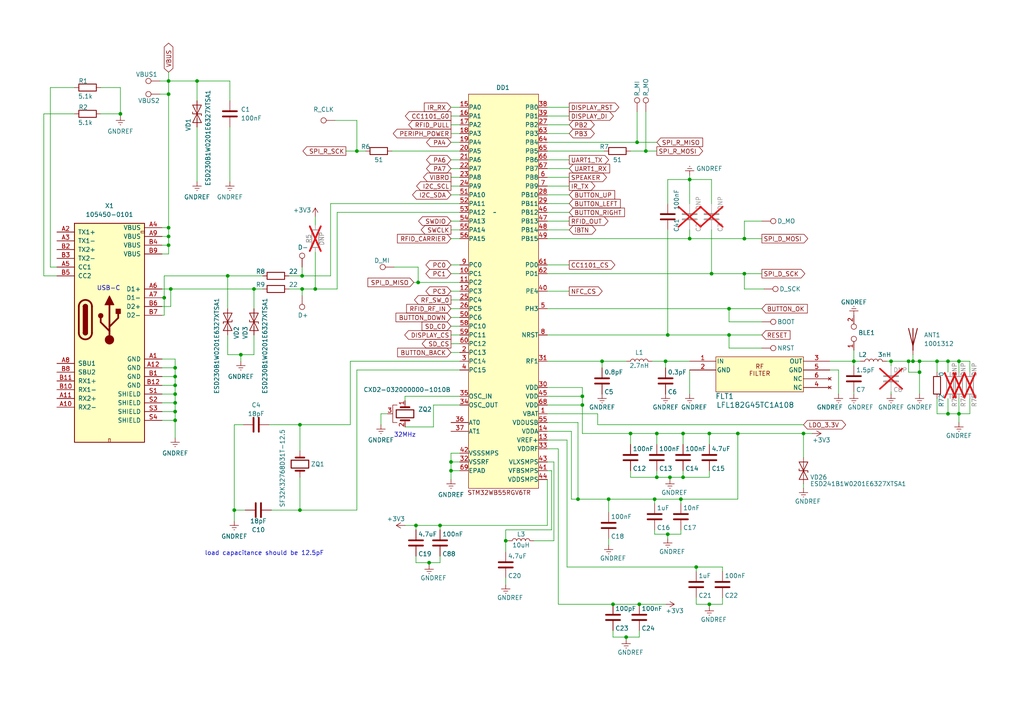
<source format=kicad_sch>
(kicad_sch (version 20250114) (generator "eeschema") (generator_version "9.0")
  (paper "A4")
  (title_block (title "Flipper Device DIY") (rev "13.F7B9C6") (company "Originally from : Flipper Devices Inc.") (comment 1 "DIY Version 1.0"))
  (lib_symbols
    (symbol "Connector:TestPoint" (pin_numbers (hide yes)) (pin_names (offset 0.762) (hide yes))
      (property "Reference" "TP" (at 0 6.858 0))
      (property "Value" "TestPoint" (at 0 5.08 0))
      (symbol "TestPoint_1_1"
        (pin passive line (at 0 0 90) (length 2.54) (name "1") (number "1"))
      )
    )
    (symbol "Connector:TestPoint_2Pole" (pin_names (offset 0.762) (hide yes))
      (property "Reference" "TP" (at 0 1.524 0))
      (property "Value" "TestPoint_2Pole" (at 0 -1.778 0))
      (symbol "TestPoint_2Pole_0_1"
        (pin passive line (at -5.08 0 0) (length 2.54) (name "1") (number "1"))
        (pin passive line (at 5.08 0 180) (length 2.54) (name "2") (number "2"))
      )
    )
    (symbol "Connector:USB_C_Plug" (pin_names (offset 1.016))
      (property "Reference" "P1" (at 0 33.02 0))
      (property "Value" "USB_C_Plug" (at 0 30.48 0))
      (symbol "USB_C_Plug_1_1"
        (pin bidirectional line (at -15.24 25.4 0) (length 5.08) (name "TX1+") (number "A2"))
        (pin bidirectional line (at -15.24 22.86 0) (length 5.08) (name "TX1-") (number "A3"))
        (pin bidirectional line (at -15.24 20.32 0) (length 5.08) (name "TX2+") (number "B2"))
        (pin bidirectional line (at -15.24 17.78 0) (length 5.08) (name "TX2-") (number "B3"))
        (pin bidirectional line (at -15.24 15.24 0) (length 5.08) (name "CC1") (number "A5"))
        (pin bidirectional line (at -15.24 12.7 0) (length 5.08) (name "CC2") (number "B5"))
        (pin bidirectional line (at -15.24 -12.7 0) (length 5.08) (name "SBU1") (number "A8"))
        (pin bidirectional line (at -15.24 -15.24 0) (length 5.08) (name "SBU2") (number "B8"))
        (pin bidirectional line (at -15.24 -17.78 0) (length 5.08) (name "RX1+") (number "B11"))
        (pin bidirectional line (at -15.24 -20.32 0) (length 5.08) (name "RX1-") (number "B10"))
        (pin bidirectional line (at -15.24 -22.86 0) (length 5.08) (name "RX2+") (number "A11"))
        (pin bidirectional line (at -15.24 -25.4 0) (length 5.08) (name "RX2-") (number "A10"))
        (pin passive line (at 15.24 26.67 180) (length 5.08) (name "VBUS") (number "A4"))
        (pin passive line (at 15.24 24.13 180) (length 5.08) (name "VBUS") (number "A9"))
        (pin passive line (at 15.24 21.59 180) (length 5.08) (name "VBUS") (number "B4"))
        (pin passive line (at 15.24 19.05 180) (length 5.08) (name "VBUS") (number "B9"))
        (pin bidirectional line (at 15.24 8.89 180) (length 5.08) (name "D1+") (number "A6"))
        (pin bidirectional line (at 15.24 6.35 180) (length 5.08) (name "D1-") (number "A7"))
        (pin passive line (at 15.24 3.81 180) (length 5.08) (name "D2+") (number "B6"))
        (pin passive line (at 15.24 1.27 180) (length 5.08) (name "D2-") (number "B7"))
        (pin passive line (at 15.24 -11.43 180) (length 5.08) (name "GND") (number "A1"))
        (pin passive line (at 15.24 -13.97 180) (length 5.08) (name "GND") (number "A12"))
        (pin passive line (at 15.24 -16.51 180) (length 5.08) (name "GND") (number "B1"))
        (pin passive line (at 15.24 -19.05 180) (length 5.08) (name "GND") (number "B12"))
        (pin passive line (at 15.24 -21.59 180) (length 5.08) (name "SHIELD") (number "S1"))
        (pin passive line (at 15.24 -24.13 180) (length 5.08) (name "SHIELD") (number "S2"))
        (pin passive line (at 15.24 -26.67 180) (length 5.08) (name "SHIELD") (number "S3"))
        (pin passive line (at 15.24 -29.21 180) (length 5.08) (name "SHIELD") (number "S4"))
      )
    )
    (symbol "Device:Antenna" (pin_numbers (hide yes)) (pin_names (offset 1.016) (hide yes))
      (property "Reference" "AE" (at -1.905 1.905 0))
      (property "Value" "Antenna" (at -1.905 0 0))
      (symbol "Antenna_1_1"
        (pin input line (at 0 -5.08 90) (length 2.54) (name "A") (number "1"))
      )
    )
    (symbol "Device:C" (pin_numbers (hide yes)) (pin_names (offset 0.254))
      (property "Reference" "C" (at 0.635 2.54 0))
      (property "Value" "C" (at 0.635 -2.54 0))
      (symbol "C_1_1"
        (pin passive line (at 0 3.81 270) (length 2.794) (name "~") (number "1"))
        (pin passive line (at 0 -3.81 90) (length 2.794) (name "~") (number "2"))
      )
    )
    (symbol "Device:Crystal" (pin_numbers (hide yes)) (pin_names (offset 1.016) (hide yes))
      (property "Reference" "Y" (at 0 3.81 0))
      (property "Value" "Crystal" (at 0 -3.81 0))
      (symbol "Crystal_1_1"
        (pin passive line (at -3.81 0 0) (length 1.27) (name "1") (number "1"))
        (pin passive line (at 3.81 0 180) (length 1.27) (name "2") (number "2"))
      )
    )
    (symbol "Device:Crystal_GND3" (pin_names (offset 1.016) (hide yes))
      (property "Reference" "Y" (at 0 5.715 0))
      (property "Value" "Crystal_GND3" (at 0 3.81 0))
      (symbol "Crystal_GND3_1_1"
        (pin passive line (at -3.81 0 0) (length 1.27) (name "1") (number "1"))
        (pin passive line (at 0 -5.08 90) (length 1.27) (name "3") (number "3"))
        (pin passive line (at 3.81 0 180) (length 1.27) (name "2") (number "2"))
      )
    )
    (symbol "Device:L" (pin_numbers (hide yes)) (pin_names (offset 1.016) (hide yes))
      (property "Reference" "L" (at -1.27 0 90))
      (property "Value" "L" (at 1.905 0 90))
      (symbol "L_1_1"
        (pin passive line (at 0 3.81 270) (length 1.27) (name "1") (number "1"))
        (pin passive line (at 0 -3.81 90) (length 1.27) (name "2") (number "2"))
      )
    )
    (symbol "Device:R" (pin_numbers (hide yes)) (pin_names (offset 0))
      (property "Reference" "R" (at 2.032 0 90))
      (property "Value" "R" (at 0 0 90))
      (symbol "R_1_1"
        (pin passive line (at 0 3.81 270) (length 1.27) (name "~") (number "1"))
        (pin passive line (at 0 -3.81 90) (length 1.27) (name "~") (number "2"))
      )
    )
    (symbol "Diode:ESD9B5.0ST5G" (pin_numbers (hide yes)) (pin_names (offset 1.016) (hide yes))
      (property "Reference" "D" (at 0 2.54 0))
      (property "Value" "ESD9B5.0ST5G" (at 0 -2.54 0))
      (symbol "ESD9B5.0ST5G_1_1"
        (pin passive line (at -3.81 0 0) (length 2.54) (name "A1") (number "1"))
        (pin passive line (at 3.81 0 180) (length 2.54) (name "A2") (number "2"))
      )
    )
    (symbol "Flipper_Zero_Lib:STM32WB55RGV6TR" (pin_names (offset 0.0001))
      (property "Reference" "DD" (at -8.89 35.56 0))
      (symbol "STM32WB55RGV6TR_1_1"
        (text "STM32WB55RGV6TR" (at -1.27 -81.28 0) (effects (font (size 1.27 1.27))))
        (pin passive line (at -15.24 -60.96 0) (length 5.08) (name "AT0") (number "36"))
        (pin passive line (at -15.24 -63.5 0) (length 5.08) (name "AT1") (number "37"))
        (pin bidirectional line (at -12.7 30.48 0) (length 2.54) (name "PA0") (number "15"))
        (pin bidirectional line (at -12.7 27.94 0) (length 2.54) (name "PA1") (number "16"))
        (pin bidirectional line (at -12.7 25.4 0) (length 2.54) (name "PA2") (number "17"))
        (pin bidirectional line (at -12.7 22.86 0) (length 2.54) (name "PA3") (number "18"))
        (pin bidirectional line (at -12.7 20.32 0) (length 2.54) (name "PA4") (number "19"))
        (pin bidirectional line (at -12.7 17.78 0) (length 2.54) (name "PA5") (number "20"))
        (pin bidirectional line (at -12.7 15.24 0) (length 2.54) (name "PA6") (number "21"))
        (pin bidirectional line (at -12.7 12.7 0) (length 2.54) (name "PA7") (number "22"))
        (pin bidirectional line (at -12.7 10.16 0) (length 2.54) (name "PA8") (number "23"))
        (pin bidirectional line (at -12.7 7.62 0) (length 2.54) (name "PA9") (number "24"))
        (pin bidirectional line (at -12.7 5.08 0) (length 2.54) (name "PA10") (number "51"))
        (pin bidirectional line (at -12.7 2.54 0) (length 2.54) (name "PA11") (number "52"))
        (pin bidirectional line (at -12.7 0 0) (length 2.54) (name "PA12") (number "53"))
        (pin bidirectional line (at -12.7 -2.54 0) (length 2.54) (name "PA13") (number "54"))
        (pin bidirectional line (at -12.7 -5.08 0) (length 2.54) (name "PA14") (number "55"))
        (pin bidirectional line (at -12.7 -7.62 0) (length 2.54) (name "PA15") (number "56"))
        (pin bidirectional line (at -12.7 -15.24 0) (length 2.54) (name "PC0") (number "9"))
        (pin bidirectional line (at -12.7 -17.78 0) (length 2.54) (name "PC1") (number "10"))
        (pin bidirectional line (at -12.7 -20.32 0) (length 2.54) (name "PC2") (number "11"))
        (pin bidirectional line (at -12.7 -22.86 0) (length 2.54) (name "PC3") (number "12"))
        (pin bidirectional line (at -12.7 -25.4 0) (length 2.54) (name "PC4") (number "25"))
        (pin bidirectional line (at -12.7 -27.94 0) (length 2.54) (name "PC5") (number "26"))
        (pin bidirectional line (at -12.7 -30.48 0) (length 2.54) (name "PC6") (number "50"))
        (pin bidirectional line (at -12.7 -33.02 0) (length 2.54) (name "PC10") (number "58"))
        (pin bidirectional line (at -12.7 -35.56 0) (length 2.54) (name "PC11") (number "59"))
        (pin bidirectional line (at -12.7 -38.1 0) (length 2.54) (name "PC12") (number "60"))
        (pin bidirectional line (at -12.7 -40.64 0) (length 2.54) (name "PC13") (number "2"))
        (pin bidirectional line (at -12.7 -43.18 0) (length 2.54) (name "PC14") (number "3"))
        (pin bidirectional line (at -12.7 -45.72 0) (length 2.54) (name "PC15") (number "4"))
        (pin bidirectional line (at -12.7 -53.34 0) (length 2.54) (name "OSC_IN") (number "35"))
        (pin bidirectional line (at -12.7 -55.88 0) (length 2.54) (name "OSC_OUT") (number "34"))
        (pin bidirectional line (at -12.7 -69.85 0) (length 2.54) (name "VSSSMPS") (number "42"))
        (pin bidirectional line (at -12.7 -72.39 0) (length 2.54) (name "VSSRF") (number "32"))
        (pin bidirectional line (at -12.7 -74.93 0) (length 2.54) (name "EPAD") (number "69"))
        (pin bidirectional line (at 12.7 30.48 180) (length 2.54) (name "PB0") (number "38"))
        (pin bidirectional line (at 12.7 27.94 180) (length 2.54) (name "PB1") (number "39"))
        (pin bidirectional line (at 12.7 25.4 180) (length 2.54) (name "PB2") (number "27"))
        (pin bidirectional line (at 12.7 22.86 180) (length 2.54) (name "PB3") (number "63"))
        (pin bidirectional line (at 12.7 20.32 180) (length 2.54) (name "PB4") (number "64"))
        (pin bidirectional line (at 12.7 17.78 180) (length 2.54) (name "PB5") (number "65"))
        (pin bidirectional line (at 12.7 15.24 180) (length 2.54) (name "PB6") (number "66"))
        (pin bidirectional line (at 12.7 12.7 180) (length 2.54) (name "PB7") (number "67"))
        (pin bidirectional line (at 12.7 10.16 180) (length 2.54) (name "PB8") (number "6"))
        (pin bidirectional line (at 12.7 7.62 180) (length 2.54) (name "PB9") (number "7"))
        (pin bidirectional line (at 12.7 5.08 180) (length 2.54) (name "PB10") (number "28"))
        (pin bidirectional line (at 12.7 2.54 180) (length 2.54) (name "PB11") (number "29"))
        (pin bidirectional line (at 12.7 0 180) (length 2.54) (name "PB12") (number "46"))
        (pin bidirectional line (at 12.7 -2.54 180) (length 2.54) (name "PB13") (number "47"))
        (pin bidirectional line (at 12.7 -5.08 180) (length 2.54) (name "PB14") (number "48"))
        (pin bidirectional line (at 12.7 -7.62 180) (length 2.54) (name "PB15") (number "49"))
        (pin bidirectional line (at 12.7 -15.24 180) (length 2.54) (name "PD0") (number "61"))
        (pin bidirectional line (at 12.7 -17.78 180) (length 2.54) (name "PD1") (number "62"))
        (pin bidirectional line (at 12.7 -22.86 180) (length 2.54) (name "PE4") (number "40"))
        (pin bidirectional line (at 12.7 -27.94 180) (length 2.54) (name "PH3") (number "5"))
        (pin bidirectional line (at 12.7 -35.56 180) (length 2.54) (name "NRST") (number "8"))
        (pin bidirectional line (at 12.7 -43.18 180) (length 2.54) (name "RF1") (number "31"))
        (pin bidirectional line (at 12.7 -50.8 180) (length 2.54) (name "VDD") (number "30"))
        (pin bidirectional line (at 12.7 -53.34 180) (length 2.54) (name "VDD") (number "45"))
        (pin bidirectional line (at 12.7 -55.88 180) (length 2.54) (name "VDD") (number "68"))
        (pin bidirectional line (at 12.7 -58.42 180) (length 2.54) (name "VBAT") (number "1"))
        (pin bidirectional line (at 12.7 -60.96 180) (length 2.54) (name "VDDUSB") (number "55"))
        (pin bidirectional line (at 12.7 -63.5 180) (length 2.54) (name "VDDA") (number "14"))
        (pin bidirectional line (at 12.7 -66.04 180) (length 2.54) (name "VREF+") (number "13"))
        (pin bidirectional line (at 12.7 -68.58 180) (length 2.54) (name "VDDRF") (number "33"))
        (pin bidirectional line (at 12.7 -72.39 180) (length 2.54) (name "VLXSMPS") (number "43"))
        (pin bidirectional line (at 12.7 -74.93 180) (length 2.54) (name "VFBSMPS") (number "41"))
        (pin bidirectional line (at 12.7 -77.47 180) (length 2.54) (name "VDDSMPS") (number "44"))
      )
    )
    (symbol "LFL182G45TC1A108:LFL182G45TC1A108" (pin_names (offset 0.254))
      (property "Reference" "FLT1" (at 10.16 -10.16 0))
      (property "Value" "LFL182G45TC1A108" (at 19.05 -12.7 0))
      (symbol "LFL182G45TC1A108_0_1"
        (pin input line (at 0 0 0) (length 7.62) (name "IN") (number "1"))
        (pin power_out line (at 0 -2.54 0) (length 7.62) (name "GND") (number "2"))
        (pin output line (at 40.64 0 180) (length 7.62) (name "OUT") (number "3"))
        (pin power_out line (at 40.64 -2.54 180) (length 7.62) (name "GND") (number "5"))
        (pin no_connect line (at 40.64 -5.08 180) (length 7.62) (name "NC") (number "6"))
        (pin no_connect line (at 40.64 -7.62 180) (length 7.62) (name "NC") (number "4"))
      )
      (symbol "LFL182G45TC1A108_1_1"
        (text "RF\nFILTER" (at 20.32 -2.54 0) (effects (font (size 1.27 1.27))))
      )
    )
    (symbol "power:+3V3" (power) (pin_names (offset 0))
      (property "Value" "+3V3" (at 0 3.556 0))
      (symbol "+3V3_1_1"
        (pin power_in line (at 0 0 90) (length 0) (hide yes) (name "+3V3") (number "1"))
      )
    )
    (symbol "power:GNDREF" (power) (pin_names (offset 0))
      (property "Value" "GNDREF" (at 0 -3.81 0))
      (symbol "GNDREF_1_1"
        (pin power_in line (at 0 0 270) (length 0) (hide yes) (name "GNDREF") (number "1"))
      )
    )
  )
  (text "load capacitance should be 12.5pF" (at 93.98 161.29 0) (effects (font (size 1.27 1.27)) (justify right bottom)))
  (text "32MHz" (at 120.65 127 0) (effects (font (size 1.27 1.27)) (justify right bottom)))
  (text "USB-C" (at 34.925 84.455 0) (effects (font (size 1.27 1.27)) (justify right bottom)))
  (junction (at 200.025 69.215))
  (junction (at 211.455 89.535))
  (junction (at 174.625 104.775))
  (junction (at 213.995 125.73))
  (junction (at 205.74 175.26))
  (junction (at 87.63 83.82))
  (junction (at 185.42 175.26))
  (junction (at 278.13 104.775))
  (junction (at 50.8 116.84))
  (junction (at 67.945 147.955))
  (junction (at 48.895 23.495))
  (junction (at 73.66 83.82))
  (junction (at 48.895 27.305))
  (junction (at 274.955 104.775))
  (junction (at 50.8 109.22))
  (junction (at 50.8 119.38))
  (junction (at 190.5 138.43))
  (junction (at 47.625 86.36))
  (junction (at 190.5 125.73))
  (junction (at 168.91 117.475))
  (junction (at 264.795 104.775))
  (junction (at 193.675 97.155))
  (junction (at 198.12 125.73))
  (junction (at 193.04 104.775))
  (junction (at 189.865 144.78))
  (junction (at 247.65 104.775))
  (junction (at 103.505 43.815))
  (junction (at 176.53 144.78))
  (junction (at 197.485 144.78))
  (junction (at 266.7 107.95))
  (junction (at 215.9 69.215))
  (junction (at 48.895 71.12))
  (junction (at 187.325 43.815))
  (junction (at 168.91 114.935))
  (junction (at 86.995 147.955))
  (junction (at 215.9 79.375))
  (junction (at 258.445 104.775))
  (junction (at 57.15 23.495))
  (junction (at 198.12 138.43))
  (junction (at 130.81 136.525))
  (junction (at 274.955 120.015))
  (junction (at 91.44 83.82))
  (junction (at 66.04 80.01))
  (junction (at 205.74 125.73))
  (junction (at 48.895 66.04))
  (junction (at 181.61 184.785))
  (junction (at 201.93 164.465))
  (junction (at 50.8 121.92))
  (junction (at 194.31 138.43))
  (junction (at 177.8 175.26))
  (junction (at 146.685 156.845))
  (junction (at 167.64 144.78))
  (junction (at 86.995 123.19))
  (junction (at 200.025 52.07))
  (junction (at 130.81 133.985))
  (junction (at 127.635 152.4))
  (junction (at 50.8 111.76))
  (junction (at 278.13 120.015))
  (junction (at 266.7 104.775))
  (junction (at 184.785 41.275))
  (junction (at 69.85 102.87))
  (junction (at 34.925 33.02))
  (junction (at 50.8 114.3))
  (junction (at 121.285 81.915))
  (junction (at 182.88 125.73))
  (junction (at 50.8 106.68))
  (junction (at 206.375 79.375))
  (junction (at 193.675 154.94))
  (junction (at 233.045 125.73))
  (junction (at 124.46 163.195))
  (junction (at 271.78 104.775))
  (junction (at 48.895 68.58))
  (junction (at 263.525 104.775))
  (junction (at 87.63 80.01))
  (junction (at 49.53 83.82))
  (junction (at 211.455 97.155))
  (junction (at 120.65 152.4))
  (wire (pts (xy 95.885 80.01) (xy 95.885 59.055)))
  (wire (pts (xy 184.785 41.275) (xy 190.5 41.275)))
  (wire (pts (xy 211.455 97.155) (xy 193.675 97.155)))
  (wire (pts (xy 206.375 79.375) (xy 215.9 79.375)))
  (wire (pts (xy 278.13 115.57) (xy 278.13 120.015)))
  (wire (pts (xy 201.93 175.26) (xy 205.74 175.26)))
  (wire (pts (xy 266.7 107.95) (xy 266.7 114.3)))
  (wire (pts (xy 243.205 107.315) (xy 243.205 114.3)))
  (wire (pts (xy 73.66 83.82) (xy 76.2 83.82)))
  (wire (pts (xy 66.675 36.83) (xy 66.675 52.705)))
  (wire (pts (xy 50.8 109.22) (xy 50.8 111.76)))
  (wire (pts (xy 57.15 36.83) (xy 57.15 52.705)))
  (wire (pts (xy 97.155 34.925) (xy 103.505 34.925)))
  (wire (pts (xy 200.025 69.215) (xy 215.9 69.215)))
  (wire (pts (xy 69.85 104.775) (xy 69.85 102.87)))
  (wire (pts (xy 177.8 175.26) (xy 185.42 175.26)))
  (wire (pts (xy 158.75 36.195) (xy 165.1 36.195)))
  (wire (pts (xy 184.785 32.385) (xy 184.785 41.275)))
  (wire (pts (xy 187.325 32.385) (xy 187.325 43.815)))
  (wire (pts (xy 95.885 59.055) (xy 133.35 59.055)))
  (wire (pts (xy 50.8 116.84) (xy 50.8 119.38)))
  (wire (pts (xy 120.65 152.4) (xy 127.635 152.4)))
  (wire (pts (xy 205.74 175.26) (xy 209.55 175.26)))
  (wire (pts (xy 97.79 83.82) (xy 91.44 83.82)))
  (wire (pts (xy 130.81 136.525) (xy 133.35 136.525)))
  (wire (pts (xy 158.75 53.975) (xy 165.1 53.975)))
  (wire (pts (xy 258.445 113.665) (xy 258.445 114.3)))
  (wire (pts (xy 146.685 156.845) (xy 146.685 160.02)))
  (wire (pts (xy 193.675 59.055) (xy 193.675 52.07)))
  (wire (pts (xy 194.31 138.43) (xy 198.12 138.43)))
  (wire (pts (xy 158.75 33.655) (xy 165.1 33.655)))
  (wire (pts (xy 182.88 125.73) (xy 190.5 125.73)))
  (wire (pts (xy 14.605 77.47) (xy 16.51 77.47)))
  (wire (pts (xy 206.375 66.675) (xy 206.375 79.375)))
  (wire (pts (xy 158.75 56.515) (xy 165.1 56.515)))
  (wire (pts (xy 247.65 106.045) (xy 247.65 104.775)))
  (wire (pts (xy 274.955 115.57) (xy 274.955 120.015)))
  (wire (pts (xy 158.75 38.735) (xy 165.1 38.735)))
  (wire (pts (xy 103.505 43.815) (xy 106.045 43.815)))
  (wire (pts (xy 46.99 66.04) (xy 48.895 66.04)))
  (wire (pts (xy 167.64 122.555) (xy 167.64 144.78)))
  (wire (pts (xy 198.12 136.525) (xy 198.12 138.43)))
  (wire (pts (xy 130.81 86.995) (xy 133.35 86.995)))
  (wire (pts (xy 220.98 64.135) (xy 215.9 64.135)))
  (wire (pts (xy 182.88 138.43) (xy 190.5 138.43)))
  (wire (pts (xy 158.75 61.595) (xy 165.1 61.595)))
  (wire (pts (xy 67.945 123.19) (xy 67.945 147.955)))
  (wire (pts (xy 29.21 33.02) (xy 34.925 33.02)))
  (wire (pts (xy 127.635 163.195) (xy 127.635 161.29)))
  (wire (pts (xy 211.455 89.535) (xy 220.98 89.535)))
  (wire (pts (xy 48.895 68.58) (xy 48.895 71.12)))
  (wire (pts (xy 21.59 25.4) (xy 14.605 25.4)))
  (wire (pts (xy 247.65 104.775) (xy 240.665 104.775)))
  (wire (pts (xy 103.505 34.925) (xy 103.505 43.815)))
  (wire (pts (xy 34.925 25.4) (xy 34.925 33.02)))
  (wire (pts (xy 158.75 152.4) (xy 127.635 152.4)))
  (wire (pts (xy 168.91 117.475) (xy 158.75 117.475)))
  (wire (pts (xy 205.74 125.73) (xy 213.995 125.73)))
  (wire (pts (xy 146.685 167.64) (xy 146.685 169.545)))
  (wire (pts (xy 66.04 89.535) (xy 66.04 80.01)))
  (wire (pts (xy 73.66 83.82) (xy 49.53 83.82)))
  (wire (pts (xy 264.795 104.775) (xy 266.7 104.775)))
  (wire (pts (xy 247.65 114.3) (xy 247.65 113.665)))
  (wire (pts (xy 193.04 104.775) (xy 193.04 106.68)))
  (wire (pts (xy 271.78 120.015) (xy 274.955 120.015)))
  (wire (pts (xy 274.955 120.015) (xy 278.13 120.015)))
  (wire (pts (xy 158.75 31.115) (xy 165.1 31.115)))
  (wire (pts (xy 113.665 43.815) (xy 133.35 43.815)))
  (wire (pts (xy 110.49 120.015) (xy 110.49 123.19)))
  (wire (pts (xy 130.81 89.535) (xy 133.35 89.535)))
  (wire (pts (xy 182.88 43.815) (xy 187.325 43.815)))
  (wire (pts (xy 46.99 104.14) (xy 50.8 104.14)))
  (wire (pts (xy 177.8 182.88) (xy 177.8 184.785)))
  (wire (pts (xy 49.53 83.82) (xy 46.99 83.82)))
  (wire (pts (xy 21.59 33.02) (xy 12.7 33.02)))
  (wire (pts (xy 130.81 38.735) (xy 133.35 38.735)))
  (wire (pts (xy 164.465 164.465) (xy 201.93 164.465)))
  (wire (pts (xy 205.74 175.26) (xy 205.74 175.895)))
  (wire (pts (xy 73.66 102.87) (xy 69.85 102.87)))
  (wire (pts (xy 101.6 123.19) (xy 86.995 123.19)))
  (wire (pts (xy 130.81 33.655) (xy 133.35 33.655)))
  (wire (pts (xy 46.99 73.66) (xy 48.895 73.66)))
  (wire (pts (xy 193.675 154.94) (xy 189.865 154.94)))
  (wire (pts (xy 200.025 52.07) (xy 206.375 52.07)))
  (wire (pts (xy 200.025 69.215) (xy 158.75 69.215)))
  (wire (pts (xy 46.99 119.38) (xy 50.8 119.38)))
  (wire (pts (xy 264.795 102.87) (xy 264.795 104.775)))
  (wire (pts (xy 50.8 114.3) (xy 50.8 116.84)))
  (wire (pts (xy 200.025 66.675) (xy 200.025 69.215)))
  (wire (pts (xy 158.75 104.775) (xy 174.625 104.775)))
  (wire (pts (xy 213.995 125.73) (xy 233.045 125.73)))
  (wire (pts (xy 193.04 104.775) (xy 200.025 104.775)))
  (wire (pts (xy 50.8 104.14) (xy 50.8 106.68)))
  (wire (pts (xy 130.81 56.515) (xy 133.35 56.515)))
  (wire (pts (xy 47.625 91.44) (xy 46.99 91.44)))
  (wire (pts (xy 46.99 71.12) (xy 48.895 71.12)))
  (wire (pts (xy 133.35 104.775) (xy 101.6 104.775)))
  (wire (pts (xy 161.925 130.175) (xy 161.925 175.26)))
  (wire (pts (xy 271.78 104.775) (xy 274.955 104.775)))
  (wire (pts (xy 158.75 48.895) (xy 165.1 48.895)))
  (wire (pts (xy 133.35 61.595) (xy 97.79 61.595)))
  (wire (pts (xy 101.6 104.775) (xy 101.6 123.19)))
  (wire (pts (xy 176.53 144.78) (xy 189.865 144.78)))
  (wire (pts (xy 73.66 97.155) (xy 73.66 102.87)))
  (wire (pts (xy 201.93 173.355) (xy 201.93 175.26)))
  (wire (pts (xy 158.75 76.835) (xy 165.1 76.835)))
  (wire (pts (xy 47.625 86.36) (xy 47.625 91.44)))
  (wire (pts (xy 67.945 147.955) (xy 71.12 147.955)))
  (wire (pts (xy 271.78 107.95) (xy 271.78 104.775)))
  (wire (pts (xy 66.04 102.87) (xy 69.85 102.87)))
  (wire (pts (xy 121.285 77.47) (xy 121.285 81.915)))
  (wire (pts (xy 205.74 138.43) (xy 205.74 136.525)))
  (wire (pts (xy 185.42 175.26) (xy 193.04 175.26)))
  (wire (pts (xy 194.31 138.43) (xy 194.31 139.065)))
  (wire (pts (xy 198.12 138.43) (xy 205.74 138.43)))
  (wire (pts (xy 91.44 62.865) (xy 91.44 65.405)))
  (wire (pts (xy 66.04 80.01) (xy 76.2 80.01)))
  (wire (pts (xy 103.505 107.315) (xy 103.505 147.955)))
  (wire (pts (xy 91.44 73.025) (xy 91.44 83.82)))
  (wire (pts (xy 66.04 80.01) (xy 47.625 80.01)))
  (wire (pts (xy 130.81 51.435) (xy 133.35 51.435)))
  (wire (pts (xy 158.75 66.675) (xy 165.1 66.675)))
  (wire (pts (xy 165.735 144.78) (xy 167.64 144.78)))
  (wire (pts (xy 130.81 48.895) (xy 133.35 48.895)))
  (wire (pts (xy 47.625 80.01) (xy 47.625 86.36)))
  (wire (pts (xy 187.325 43.815) (xy 190.5 43.815)))
  (wire (pts (xy 215.9 79.375) (xy 220.98 79.375)))
  (wire (pts (xy 220.98 100.965) (xy 211.455 100.965)))
  (wire (pts (xy 158.75 84.455) (xy 165.1 84.455)))
  (wire (pts (xy 67.945 147.955) (xy 67.945 151.13)))
  (wire (pts (xy 48.895 20.955) (xy 48.895 23.495)))
  (wire (pts (xy 158.75 127.635) (xy 164.465 127.635)))
  (wire (pts (xy 87.63 80.01) (xy 95.885 80.01)))
  (wire (pts (xy 112.395 120.015) (xy 110.49 120.015)))
  (wire (pts (xy 14.605 25.4) (xy 14.605 77.47)))
  (wire (pts (xy 160.02 136.525) (xy 160.02 153.67)))
  (wire (pts (xy 258.445 104.775) (xy 257.175 104.775)))
  (wire (pts (xy 86.995 147.955) (xy 86.995 138.43)))
  (wire (pts (xy 160.655 156.845) (xy 160.655 133.985)))
  (wire (pts (xy 174.625 104.775) (xy 174.625 106.68)))
  (wire (pts (xy 146.685 156.845) (xy 147.32 156.845)))
  (wire (pts (xy 48.895 71.12) (xy 48.895 73.66)))
  (wire (pts (xy 120.015 81.915) (xy 121.285 81.915)))
  (wire (pts (xy 176.53 156.21) (xy 176.53 158.115)))
  (wire (pts (xy 211.455 97.155) (xy 220.98 97.155)))
  (wire (pts (xy 201.93 164.465) (xy 209.55 164.465)))
  (wire (pts (xy 130.81 79.375) (xy 133.35 79.375)))
  (wire (pts (xy 190.5 125.73) (xy 198.12 125.73)))
  (wire (pts (xy 12.7 33.02) (xy 12.7 80.01)))
  (wire (pts (xy 48.895 23.495) (xy 48.895 27.305)))
  (wire (pts (xy 130.81 94.615) (xy 133.35 94.615)))
  (wire (pts (xy 78.74 147.955) (xy 86.995 147.955)))
  (wire (pts (xy 274.955 107.95) (xy 274.955 104.775)))
  (wire (pts (xy 146.685 153.67) (xy 146.685 156.845)))
  (wire (pts (xy 130.81 131.445) (xy 130.81 133.985)))
  (wire (pts (xy 189.865 144.78) (xy 189.865 146.05)))
  (wire (pts (xy 133.35 131.445) (xy 130.81 131.445)))
  (wire (pts (xy 154.94 156.845) (xy 160.655 156.845)))
  (wire (pts (xy 130.81 84.455) (xy 133.35 84.455)))
  (wire (pts (xy 198.12 125.73) (xy 198.12 128.905)))
  (wire (pts (xy 274.955 104.775) (xy 278.13 104.775)))
  (wire (pts (xy 209.55 175.26) (xy 209.55 173.355)))
  (wire (pts (xy 117.475 123.825) (xy 125.73 123.825)))
  (wire (pts (xy 117.475 152.4) (xy 120.65 152.4)))
  (wire (pts (xy 197.485 144.78) (xy 213.995 144.78)))
  (wire (pts (xy 130.81 136.525) (xy 130.81 139.065)))
  (wire (pts (xy 173.355 123.19) (xy 233.045 123.19)))
  (wire (pts (xy 158.75 125.095) (xy 165.735 125.095)))
  (wire (pts (xy 167.64 144.78) (xy 176.53 144.78)))
  (wire (pts (xy 12.7 80.01) (xy 16.51 80.01)))
  (wire (pts (xy 46.99 114.3) (xy 50.8 114.3)))
  (wire (pts (xy 158.75 122.555) (xy 167.64 122.555)))
  (wire (pts (xy 213.995 144.78) (xy 213.995 125.73)))
  (wire (pts (xy 197.485 144.78) (xy 197.485 146.05)))
  (wire (pts (xy 91.44 83.82) (xy 87.63 83.82)))
  (wire (pts (xy 278.13 107.95) (xy 278.13 104.775)))
  (wire (pts (xy 174.625 104.775) (xy 181.61 104.775)))
  (wire (pts (xy 87.63 77.47) (xy 87.63 80.01)))
  (wire (pts (xy 193.675 66.675) (xy 193.675 97.155)))
  (wire (pts (xy 46.99 111.76) (xy 50.8 111.76)))
  (wire (pts (xy 130.81 97.155) (xy 133.35 97.155)))
  (wire (pts (xy 130.81 92.075) (xy 133.35 92.075)))
  (wire (pts (xy 87.63 83.82) (xy 87.63 85.725)))
  (wire (pts (xy 130.81 41.275) (xy 133.35 41.275)))
  (wire (pts (xy 197.485 153.67) (xy 197.485 154.94)))
  (wire (pts (xy 197.485 154.94) (xy 193.675 154.94)))
  (wire (pts (xy 205.74 125.73) (xy 205.74 128.905)))
  (wire (pts (xy 66.04 97.155) (xy 66.04 102.87)))
  (wire (pts (xy 215.9 83.82) (xy 215.9 79.375)))
  (wire (pts (xy 158.75 139.065) (xy 158.75 152.4)))
  (wire (pts (xy 281.305 107.95) (xy 281.305 104.775)))
  (wire (pts (xy 46.355 23.495) (xy 48.895 23.495)))
  (wire (pts (xy 46.99 109.22) (xy 50.8 109.22)))
  (wire (pts (xy 168.91 114.935) (xy 168.91 117.475)))
  (wire (pts (xy 168.91 125.73) (xy 182.88 125.73)))
  (wire (pts (xy 83.82 80.01) (xy 87.63 80.01)))
  (wire (pts (xy 87.63 83.82) (xy 83.82 83.82)))
  (wire (pts (xy 193.675 154.94) (xy 193.675 156.21)))
  (wire (pts (xy 190.5 125.73) (xy 190.5 128.905)))
  (wire (pts (xy 57.15 23.495) (xy 57.15 29.21)))
  (wire (pts (xy 130.81 66.675) (xy 133.35 66.675)))
  (wire (pts (xy 215.9 69.215) (xy 220.98 69.215)))
  (wire (pts (xy 133.35 107.315) (xy 103.505 107.315)))
  (wire (pts (xy 247.65 101.6) (xy 247.65 104.775)))
  (wire (pts (xy 46.355 27.305) (xy 48.895 27.305)))
  (wire (pts (xy 221.615 83.82) (xy 215.9 83.82)))
  (wire (pts (xy 158.75 112.395) (xy 168.91 112.395)))
  (wire (pts (xy 182.88 136.525) (xy 182.88 138.43)))
  (wire (pts (xy 266.7 104.775) (xy 271.78 104.775)))
  (wire (pts (xy 200.025 107.315) (xy 200.025 114.3)))
  (wire (pts (xy 258.445 106.045) (xy 258.445 104.775)))
  (wire (pts (xy 181.61 184.785) (xy 185.42 184.785)))
  (wire (pts (xy 97.79 61.595) (xy 97.79 83.82)))
  (wire (pts (xy 158.75 120.015) (xy 173.355 120.015)))
  (wire (pts (xy 29.21 25.4) (xy 34.925 25.4)))
  (wire (pts (xy 50.8 106.68) (xy 50.8 109.22)))
  (wire (pts (xy 189.865 153.67) (xy 189.865 154.94)))
  (wire (pts (xy 48.895 27.305) (xy 48.895 66.04)))
  (wire (pts (xy 211.455 93.345) (xy 211.455 89.535)))
  (wire (pts (xy 66.675 23.495) (xy 57.15 23.495)))
  (wire (pts (xy 158.75 46.355) (xy 165.1 46.355)))
  (wire (pts (xy 233.045 125.73) (xy 235.585 125.73)))
  (wire (pts (xy 46.99 106.68) (xy 50.8 106.68)))
  (wire (pts (xy 189.865 144.78) (xy 197.485 144.78)))
  (wire (pts (xy 67.945 123.19) (xy 70.485 123.19)))
  (wire (pts (xy 50.8 119.38) (xy 50.8 121.92)))
  (wire (pts (xy 158.75 136.525) (xy 160.02 136.525)))
  (wire (pts (xy 200.025 50.8) (xy 200.025 52.07)))
  (wire (pts (xy 130.81 46.355) (xy 133.35 46.355)))
  (wire (pts (xy 78.105 123.19) (xy 86.995 123.19)))
  (wire (pts (xy 158.75 64.135) (xy 165.1 64.135)))
  (wire (pts (xy 120.65 153.67) (xy 120.65 152.4)))
  (wire (pts (xy 198.12 125.73) (xy 205.74 125.73)))
  (wire (pts (xy 130.81 133.985) (xy 130.81 136.525)))
  (wire (pts (xy 158.75 43.815) (xy 175.26 43.815)))
  (wire (pts (xy 263.525 104.775) (xy 264.795 104.775)))
  (wire (pts (xy 181.61 184.785) (xy 181.61 185.42)))
  (wire (pts (xy 127.635 152.4) (xy 127.635 153.67)))
  (wire (pts (xy 193.675 52.07) (xy 200.025 52.07)))
  (wire (pts (xy 278.13 120.015) (xy 281.305 120.015)))
  (wire (pts (xy 281.305 120.015) (xy 281.305 115.57)))
  (wire (pts (xy 73.66 89.535) (xy 73.66 83.82)))
  (wire (pts (xy 176.53 144.78) (xy 176.53 148.59)))
  (wire (pts (xy 130.81 69.215) (xy 133.35 69.215)))
  (wire (pts (xy 114.3 77.47) (xy 121.285 77.47)))
  (wire (pts (xy 50.8 111.76) (xy 50.8 114.3)))
  (wire (pts (xy 48.895 23.495) (xy 57.15 23.495)))
  (wire (pts (xy 130.81 64.135) (xy 133.35 64.135)))
  (wire (pts (xy 220.98 93.345) (xy 211.455 93.345)))
  (wire (pts (xy 124.46 163.195) (xy 127.635 163.195)))
  (wire (pts (xy 233.045 125.73) (xy 233.045 132.715)))
  (wire (pts (xy 158.75 89.535) (xy 211.455 89.535)))
  (wire (pts (xy 130.81 31.115) (xy 133.35 31.115)))
  (wire (pts (xy 117.475 116.205) (xy 117.475 114.935)))
  (wire (pts (xy 130.81 102.235) (xy 133.35 102.235)))
  (wire (pts (xy 168.91 117.475) (xy 168.91 125.73)))
  (wire (pts (xy 278.13 120.015) (xy 278.13 122.555)))
  (wire (pts (xy 124.46 163.195) (xy 124.46 163.83)))
  (wire (pts (xy 125.73 123.825) (xy 125.73 117.475)))
  (wire (pts (xy 281.305 104.775) (xy 278.13 104.775)))
  (wire (pts (xy 117.475 114.935) (xy 133.35 114.935)))
  (wire (pts (xy 190.5 136.525) (xy 190.5 138.43)))
  (wire (pts (xy 209.55 165.735) (xy 209.55 164.465)))
  (wire (pts (xy 120.65 163.195) (xy 124.46 163.195)))
  (wire (pts (xy 201.93 164.465) (xy 201.93 165.735)))
  (wire (pts (xy 46.99 116.84) (xy 50.8 116.84)))
  (wire (pts (xy 130.81 53.975) (xy 133.35 53.975)))
  (wire (pts (xy 49.53 88.9) (xy 49.53 83.82)))
  (wire (pts (xy 271.78 115.57) (xy 271.78 120.015)))
  (wire (pts (xy 120.65 161.29) (xy 120.65 163.195)))
  (wire (pts (xy 160.02 153.67) (xy 146.685 153.67)))
  (wire (pts (xy 46.99 68.58) (xy 48.895 68.58)))
  (wire (pts (xy 211.455 97.155) (xy 211.455 100.965)))
  (wire (pts (xy 66.675 29.21) (xy 66.675 23.495)))
  (wire (pts (xy 240.665 107.315) (xy 243.205 107.315)))
  (wire (pts (xy 168.91 112.395) (xy 168.91 114.935)))
  (wire (pts (xy 158.75 59.055) (xy 165.1 59.055)))
  (wire (pts (xy 130.81 99.695) (xy 133.35 99.695)))
  (wire (pts (xy 165.735 125.095) (xy 165.735 144.78)))
  (wire (pts (xy 130.81 36.195) (xy 133.35 36.195)))
  (wire (pts (xy 34.925 33.02) (xy 34.925 33.655)))
  (wire (pts (xy 130.81 76.835) (xy 133.35 76.835)))
  (wire (pts (xy 46.99 86.36) (xy 47.625 86.36)))
  (wire (pts (xy 100.33 43.815) (xy 103.505 43.815)))
  (wire (pts (xy 161.925 175.26) (xy 177.8 175.26)))
  (wire (pts (xy 190.5 138.43) (xy 194.31 138.43)))
  (wire (pts (xy 177.8 184.785) (xy 181.61 184.785)))
  (wire (pts (xy 130.81 133.985) (xy 133.35 133.985)))
  (wire (pts (xy 233.045 140.335) (xy 233.045 141.605)))
  (wire (pts (xy 182.88 125.73) (xy 182.88 128.905)))
  (wire (pts (xy 158.75 130.175) (xy 161.925 130.175)))
  (wire (pts (xy 185.42 184.785) (xy 185.42 182.88)))
  (wire (pts (xy 189.23 104.775) (xy 193.04 104.775)))
  (wire (pts (xy 48.895 66.04) (xy 48.895 68.58)))
  (wire (pts (xy 173.355 120.015) (xy 173.355 123.19)))
  (wire (pts (xy 263.525 104.775) (xy 263.525 107.95)))
  (wire (pts (xy 46.99 121.92) (xy 50.8 121.92)))
  (wire (pts (xy 46.99 88.9) (xy 49.53 88.9)))
  (wire (pts (xy 193.675 97.155) (xy 158.75 97.155)))
  (wire (pts (xy 103.505 147.955) (xy 86.995 147.955)))
  (wire (pts (xy 158.75 79.375) (xy 206.375 79.375)))
  (wire (pts (xy 125.73 117.475) (xy 133.35 117.475)))
  (wire (pts (xy 158.75 114.935) (xy 168.91 114.935)))
  (wire (pts (xy 86.995 123.19) (xy 86.995 130.81)))
  (wire (pts (xy 266.7 107.95) (xy 266.7 104.775)))
  (wire (pts (xy 158.75 51.435) (xy 165.1 51.435)))
  (wire (pts (xy 164.465 127.635) (xy 164.465 164.465)))
  (wire (pts (xy 206.375 52.07) (xy 206.375 59.055)))
  (wire (pts (xy 247.65 104.775) (xy 249.555 104.775)))
  (wire (pts (xy 263.525 104.775) (xy 258.445 104.775)))
  (wire (pts (xy 158.75 41.275) (xy 184.785 41.275)))
  (wire (pts (xy 215.9 64.135) (xy 215.9 69.215)))
  (wire (pts (xy 50.8 121.92) (xy 50.8 127)))
  (wire (pts (xy 263.525 107.95) (xy 266.7 107.95)))
  (wire (pts (xy 200.025 52.07) (xy 200.025 59.055)))
  (wire (pts (xy 121.285 81.915) (xy 133.35 81.915)))
  (wire (pts (xy 160.655 133.985) (xy 158.75 133.985)))
  (global_label "RFID_OUT" (shape output) (at 165.1 64.135 0) (property "Intersheetrefs" "${INTERSHEET_REFS}" (effects (hide yes))))
  (global_label "PA7" (shape bidirectional) (at 130.81 48.895 180) (property "Intersheetrefs" "${INTERSHEET_REFS}" (effects (hide yes))))
  (global_label "NFC_CS" (shape output) (at 165.1 84.455 0) (property "Intersheetrefs" "${INTERSHEET_REFS}" (effects (hide yes))))
  (global_label "PERIPH_POWER" (shape output) (at 130.81 38.735 180) (property "Intersheetrefs" "${INTERSHEET_REFS}" (effects (hide yes))))
  (global_label "PB2" (shape bidirectional) (at 165.1 36.195 0) (property "Intersheetrefs" "${INTERSHEET_REFS}" (effects (hide yes))))
  (global_label "iBTN" (shape bidirectional) (at 165.1 66.675 0) (property "Intersheetrefs" "${INTERSHEET_REFS}" (effects (hide yes))))
  (global_label "SPI_D_SCK" (shape output) (at 220.98 79.375 0) (property "Intersheetrefs" "${INTERSHEET_REFS}" (effects (hide yes))))
  (global_label "SPI_R_MOSI" (shape output) (at 190.5 43.815 0) (property "Intersheetrefs" "${INTERSHEET_REFS}" (effects (hide yes))))
  (global_label "SWDIO" (shape bidirectional) (at 130.81 64.135 180) (property "Intersheetrefs" "${INTERSHEET_REFS}" (effects (hide yes))))
  (global_label "SD_CS" (shape output) (at 130.81 99.695 180) (property "Intersheetrefs" "${INTERSHEET_REFS}" (effects (hide yes))))
  (global_label "RFID_CARRIER" (shape input) (at 130.81 69.215 180) (property "Intersheetrefs" "${INTERSHEET_REFS}" (effects (hide yes))))
  (global_label "PA6" (shape bidirectional) (at 130.81 46.355 180) (property "Intersheetrefs" "${INTERSHEET_REFS}" (effects (hide yes))))
  (global_label "LDO_3.3V" (shape bidirectional) (at 233.045 123.19 0) (property "Intersheetrefs" "${INTERSHEET_REFS}" (effects (hide yes))))
  (global_label "BUTTON_BACK" (shape input) (at 130.81 102.235 180) (property "Intersheetrefs" "${INTERSHEET_REFS}" (effects (hide yes))))
  (global_label "SD_CD" (shape input) (at 130.81 94.615 180) (property "Intersheetrefs" "${INTERSHEET_REFS}" (effects (hide yes))))
  (global_label "CC1101_G0" (shape output) (at 130.81 33.655 180) (property "Intersheetrefs" "${INTERSHEET_REFS}" (effects (hide yes))))
  (global_label "I2C_SDA" (shape bidirectional) (at 130.81 56.515 180) (property "Intersheetrefs" "${INTERSHEET_REFS}" (effects (hide yes))))
  (global_label "PC0" (shape bidirectional) (at 130.81 76.835 180) (property "Intersheetrefs" "${INTERSHEET_REFS}" (effects (hide yes))))
  (global_label "SWCLK" (shape output) (at 130.81 66.675 180) (property "Intersheetrefs" "${INTERSHEET_REFS}" (effects (hide yes))))
  (global_label "RF_SW_0" (shape output) (at 130.81 86.995 180) (property "Intersheetrefs" "${INTERSHEET_REFS}" (effects (hide yes))))
  (global_label "SPI_D_MOSI" (shape output) (at 220.98 69.215 0) (property "Intersheetrefs" "${INTERSHEET_REFS}" (effects (hide yes))))
  (global_label "PB3" (shape bidirectional) (at 165.1 38.735 0) (property "Intersheetrefs" "${INTERSHEET_REFS}" (effects (hide yes))))
  (global_label "PC3" (shape bidirectional) (at 130.81 84.455 180) (property "Intersheetrefs" "${INTERSHEET_REFS}" (effects (hide yes))))
  (global_label "SPI_R_MISO" (shape input) (at 190.5 41.275 0) (property "Intersheetrefs" "${INTERSHEET_REFS}" (effects (hide yes))))
  (global_label "UART1_TX" (shape output) (at 165.1 46.355 0) (property "Intersheetrefs" "${INTERSHEET_REFS}" (effects (hide yes))))
  (global_label "BUTTON_RIGHT" (shape input) (at 165.1 61.595 0) (property "Intersheetrefs" "${INTERSHEET_REFS}" (effects (hide yes))))
  (global_label "SPEAKER" (shape output) (at 165.1 51.435 0) (property "Intersheetrefs" "${INTERSHEET_REFS}" (effects (hide yes))))
  (global_label "BUTTON_LEFT" (shape input) (at 165.1 59.055 0) (property "Intersheetrefs" "${INTERSHEET_REFS}" (effects (hide yes))))
  (global_label "BUTTON_UP" (shape input) (at 165.1 56.515 0) (property "Intersheetrefs" "${INTERSHEET_REFS}" (effects (hide yes))))
  (global_label "IR_RX" (shape input) (at 130.81 31.115 180) (property "Intersheetrefs" "${INTERSHEET_REFS}" (effects (hide yes))))
  (global_label "I2C_SCL" (shape output) (at 130.81 53.975 180) (property "Intersheetrefs" "${INTERSHEET_REFS}" (effects (hide yes))))
  (global_label "SPI_D_MISO" (shape input) (at 120.015 81.915 180) (property "Intersheetrefs" "${INTERSHEET_REFS}" (effects (hide yes))))
  (global_label "RFID_PULL" (shape output) (at 130.81 36.195 180) (property "Intersheetrefs" "${INTERSHEET_REFS}" (effects (hide yes))))
  (global_label "UART1_RX" (shape input) (at 165.1 48.895 0) (property "Intersheetrefs" "${INTERSHEET_REFS}" (effects (hide yes))))
  (global_label "RFID_RF_IN" (shape input) (at 130.81 89.535 180) (property "Intersheetrefs" "${INTERSHEET_REFS}" (effects (hide yes))))
  (global_label "DISPLAY_DI" (shape output) (at 165.1 33.655 0) (property "Intersheetrefs" "${INTERSHEET_REFS}" (effects (hide yes))))
  (global_label "PA4" (shape bidirectional) (at 130.81 41.275 180) (property "Intersheetrefs" "${INTERSHEET_REFS}" (effects (hide yes))))
  (global_label "BUTTON_DOWN" (shape input) (at 130.81 92.075 180) (property "Intersheetrefs" "${INTERSHEET_REFS}" (effects (hide yes))))
  (global_label "CC1101_CS" (shape output) (at 165.1 76.835 0) (property "Intersheetrefs" "${INTERSHEET_REFS}" (effects (hide yes))))
  (global_label "DISPLAY_RST" (shape output) (at 165.1 31.115 0) (property "Intersheetrefs" "${INTERSHEET_REFS}" (effects (hide yes))))
  (global_label "SPI_R_SCK" (shape output) (at 100.33 43.815 180) (property "Intersheetrefs" "${INTERSHEET_REFS}" (effects (hide yes))))
  (global_label "PC1" (shape bidirectional) (at 130.81 79.375 180) (property "Intersheetrefs" "${INTERSHEET_REFS}" (effects (hide yes))))
  (global_label "RESET" (shape input) (at 220.98 97.155 0) (property "Intersheetrefs" "${INTERSHEET_REFS}" (effects (hide yes))))
  (global_label "IR_TX" (shape output) (at 165.1 53.975 0) (property "Intersheetrefs" "${INTERSHEET_REFS}" (effects (hide yes))))
  (global_label "BUTTON_OK" (shape input) (at 220.98 89.535 0) (property "Intersheetrefs" "${INTERSHEET_REFS}" (effects (hide yes))))
  (global_label "VIBRO" (shape output) (at 130.81 51.435 180) (property "Intersheetrefs" "${INTERSHEET_REFS}" (effects (hide yes))))
  (global_label "VBUS" (shape bidirectional) (at 48.895 20.955 90) (property "Intersheetrefs" "${INTERSHEET_REFS}" (effects (hide yes))))
  (global_label "DISPLAY_CS" (shape output) (at 130.81 97.155 180) (property "Intersheetrefs" "${INTERSHEET_REFS}" (effects (hide yes))))
  (symbol (lib_id "Connector:TestPoint") (at 184.785 32.385 0) (unit 1)
    (property "Reference" "TP46" (effects (hide yes)))
    (property "Value" "R_MI" (at 184.785 27.94 90) (effects (justify left)))
    (property "Footprint" "TestPoint:TestPoint_Pad_1.0x1.0mm" (effects (hide yes)))
  )
  (symbol (lib_id "Device:L") (at 185.42 104.775 90) (unit 1)
    (property "Reference" "L1" (at 185.42 102.235 90))
    (property "Value" "2.7nH" (at 185.42 106.045 90))
    (property "Footprint" "Inductor_SMD:L_0402_1005Metric" (effects (hide yes)))
  )
  (symbol (lib_id "power:GNDREF") (at 193.675 156.21 0) (unit 1)
    (property "Reference" "#PWR072" (effects (hide yes)))
    (property "Value" "GNDREF" (at 194.945 160.02 0))
  )
  (symbol (lib_id "power:+3V3") (at 91.44 62.865 0) (unit 1)
    (property "Reference" "#PWR055" (effects (hide yes)))
    (property "Value" "+3V3" (at 87.63 60.96 0))
  )
  (symbol (lib_id "power:GNDREF") (at 181.61 185.42 0) (unit 1)
    (property "Reference" "#PWR075" (effects (hide yes)))
    (property "Value" "GNDREF" (at 182.88 189.23 0))
  )
  (symbol (lib_id "power:+3V3") (at 235.585 125.73 270) (unit 1)
    (property "Reference" "#PWR070" (effects (hide yes)))
    (property "Value" "+3V3" (at 235.585 127.635 90) (effects (justify left)))
  )
  (symbol (lib_id "Device:R") (at 25.4 25.4 90) (unit 1)
    (property "Reference" "R1" (at 24.13 23.495 90))
    (property "Value" "5.1k" (at 24.765 27.94 90))
    (property "Footprint" "Resistor_SMD:R_0402_1005Metric" (effects (hide yes)))
  )
  (symbol (lib_id "Device:R") (at 278.13 111.76 0) (unit 1) (dnp yes)
    (property "Reference" "R74" (at 279.4 118.11 90) (effects (justify left)))
    (property "Value" "DNP" (at 279.4 109.22 90) (effects (justify left)))
    (property "Footprint" "Resistor_SMD:R_0402_1005Metric" (effects (hide yes)))
  )
  (symbol (lib_id "power:GNDREF") (at 66.675 52.705 0) (unit 1)
    (property "Reference" "#PWR053" (effects (hide yes)))
    (property "Value" "GNDREF" (at 66.675 57.15 0))
  )
  (symbol (lib_id "Connector:TestPoint") (at 46.355 27.305 90) (unit 1)
    (property "Reference" "TP42" (effects (hide yes)))
    (property "Value" "VBUS2" (at 43.18 29.21 90))
    (property "Footprint" "TestPoint:TestPoint_Pad_1.0x1.0mm" (effects (hide yes)))
  )
  (symbol (lib_id "Connector:TestPoint") (at 220.98 100.965 270) (unit 1)
    (property "Reference" "TP51" (effects (hide yes)))
    (property "Value" "NRST" (at 225.425 100.965 90) (effects (justify left)))
    (property "Footprint" "TestPoint:TestPoint_Pad_1.0x1.0mm" (effects (hide yes)))
  )
  (symbol (lib_id "Device:Crystal_GND3") (at 117.475 120.015 270) (unit 1)
    (property "Reference" "ZQ2" (at 121.285 118.745 90) (effects (justify left)))
    (property "Value" "CXD2-032000000-1010B" (at 105.41 113.03 90) (effects (justify left)))
    (property "Footprint" "Crystal:Crystal_SMD_2520-4Pin_2.5x2.0mm" (effects (hide yes)))
    (property "description" "Crystals 32MHz" (effects (hide yes)))
  )
  (symbol (lib_id "Device:C") (at 247.65 109.855 0) (unit 1)
    (property "Reference" "C7" (at 248.285 113.03 0) (effects (justify left)))
    (property "Value" "1.5pF" (at 248.285 107.315 0) (effects (justify left)))
    (property "Footprint" "Capacitor_SMD:C_0201_0603Metric" (effects (hide yes)))
  )
  (symbol (lib_id "Connector:TestPoint") (at 97.155 34.925 90) (unit 1)
    (property "Reference" "TP40" (effects (hide yes)))
    (property "Value" "R_CLK" (at 93.853 31.75 90))
    (property "Footprint" "TestPoint:TestPoint_Pad_1.0x1.0mm" (effects (hide yes)))
  )
  (symbol (lib_id "power:GNDREF") (at 247.65 114.3 0) (unit 1)
    (property "Reference" "#PWR065" (effects (hide yes)))
    (property "Value" "GNDREF" (at 249.555 118.11 0))
  )
  (symbol (lib_id "Connector:TestPoint") (at 46.355 23.495 90) (unit 1)
    (property "Reference" "TP41" (effects (hide yes)))
    (property "Value" "VBUS1" (at 42.545 21.59 90))
    (property "Footprint" "TestPoint:TestPoint_Pad_1.0x1.0mm" (effects (hide yes)))
  )
  (symbol (lib_id "Device:C") (at 120.65 157.48 0) (unit 1)
    (property "Reference" "C19" (at 121.285 160.655 0) (effects (justify left)))
    (property "Value" "4.7uF" (at 121.285 154.94 0) (effects (justify left)))
    (property "Footprint" "Capacitor_SMD:C_0402_1005Metric" (effects (hide yes)))
  )
  (symbol (lib_id "Device:R") (at 271.78 111.76 0) (unit 1)
    (property "Reference" "R72" (at 273.05 118.11 90) (effects (justify left)))
    (property "Value" "0" (at 273.05 109.22 90) (effects (justify left)))
    (property "Footprint" "Resistor_SMD:R_0402_1005Metric" (effects (hide yes)))
  )
  (symbol (lib_id "Device:C") (at 200.025 62.865 0) (unit 1) (dnp yes)
    (property "Reference" "C2" (at 202.565 67.31 90) (effects (justify left)))
    (property "Value" "DNP" (at 202.565 60.96 90) (effects (justify left)))
    (property "Footprint" "Capacitor_SMD:C_0402_1005Metric" (effects (hide yes)))
  )
  (symbol (lib_id "power:GNDREF") (at 200.025 50.8 180) (unit 1)
    (property "Reference" "#PWR059" (effects (hide yes)))
    (property "Value" "GNDREF" (at 205.74 48.895 0))
  )
  (symbol (lib_id "Device:C") (at 74.295 123.19 90) (unit 1)
    (property "Reference" "C4" (at 74.295 117.475 90))
    (property "Value" "18pF" (at 74.295 120.015 90))
    (property "Footprint" "Capacitor_SMD:C_0402_1005Metric" (effects (hide yes)))
  )
  (symbol (lib_id "Connector:TestPoint_2Pole") (at 247.65 96.52 90) (unit 1)
    (property "Reference" "TP52" (effects (hide yes)))
    (property "Value" "BLE1" (at 248.92 96.52 90) (effects (justify right)))
    (property "Footprint" "footprints:2_TEST_PIN_1.35mm_pitch" (effects (hide yes)))
    (property "description" "Testpoint Signal-Ground, Pitch 1.35mm" (effects (hide yes)))
  )
  (symbol (lib_id "Device:R") (at 80.01 80.01 90) (unit 1)
    (property "Reference" "R8" (at 75.565 78.74 90))
    (property "Value" "22" (at 85.09 78.74 90))
    (property "Footprint" "Resistor_SMD:R_0402_1005Metric" (effects (hide yes)))
  )
  (symbol (lib_id "Device:L") (at 151.13 156.845 90) (unit 1)
    (property "Reference" "L3" (at 151.13 154.94 90))
    (property "Value" "10uH" (at 151.13 158.115 90))
    (property "Footprint" "Inductor_SMD:L_0805_2012Metric" (effects (hide yes)))
  )
  (symbol (lib_id "Device:C") (at 198.12 132.715 0) (unit 1)
    (property "Reference" "C14" (at 198.755 135.89 0) (effects (justify left)))
    (property "Value" "100nF" (at 198.755 130.175 0) (effects (justify left)))
    (property "Footprint" "Capacitor_SMD:C_0402_1005Metric" (effects (hide yes)))
  )
  (symbol (lib_id "power:GNDREF") (at 110.49 123.19 0) (unit 1)
    (property "Reference" "#PWR057" (effects (hide yes)))
    (property "Value" "GNDREF" (at 110.49 127.635 0))
  )
  (symbol (lib_id "Device:C") (at 193.675 62.865 0) (unit 1)
    (property "Reference" "C41" (at 196.215 67.31 90) (effects (justify left)))
    (property "Value" "100nF" (at 196.215 60.96 90) (effects (justify left)))
    (property "Footprint" "Capacitor_SMD:C_0402_1005Metric" (effects (hide yes)))
  )
  (symbol (lib_id "Device:C") (at 174.625 110.49 0) (unit 1)
    (property "Reference" "C5" (at 175.26 113.665 0) (effects (justify left)))
    (property "Value" "0.8pF" (at 175.26 107.95 0) (effects (justify left)))
    (property "Footprint" "Capacitor_SMD:C_0402_1005Metric" (effects (hide yes)))
  )
  (symbol (lib_id "Connector:TestPoint") (at 187.325 32.385 0) (unit 1)
    (property "Reference" "TP47" (effects (hide yes)))
    (property "Value" "R_MO" (at 187.325 27.94 90) (effects (justify left)))
    (property "Footprint" "TestPoint:TestPoint_Pad_1.0x1.0mm" (effects (hide yes)))
  )
  (symbol (lib_id "power:GNDREF") (at 233.045 141.605 0) (unit 1)
    (property "Reference" "#PWR069" (effects (hide yes)))
    (property "Value" "GNDREF" (at 234.315 145.415 0))
  )
  (symbol (lib_id "Connector:USB_C_Plug") (at 31.75 92.71 0) (unit 1)
    (property "Reference" "X1" (at 31.75 59.69 0))
    (property "Value" "105450-0101" (at 31.75 62.23 0))
    (property "Footprint" "footprints:CONN_105450-0101_MOL" (effects (hide yes)))
    (property "Datasheet" "https://www.usb.org/sites/default/files/documents/usb_type-c.zip" (effects (hide yes)))
  )
  (symbol (lib_id "Device:R") (at 91.44 69.215 180) (unit 1) (dnp yes)
    (property "Reference" "R5" (at 89.535 69.215 90))
    (property "Value" "DNP" (at 93.345 69.215 90))
    (property "Footprint" "Resistor_SMD:R_0402_1005Metric" (effects (hide yes)))
  )
  (symbol (lib_id "Device:C") (at 197.485 149.86 0) (unit 1)
    (property "Reference" "C17" (at 198.12 153.035 0) (effects (justify left)))
    (property "Value" "10nF" (at 198.12 147.32 0) (effects (justify left)))
    (property "Footprint" "Capacitor_SMD:C_0402_1005Metric" (effects (hide yes)))
  )
  (symbol (lib_id "Device:C") (at 127.635 157.48 0) (unit 1)
    (property "Reference" "C88" (at 128.27 160.655 0) (effects (justify left)))
    (property "Value" "100nF" (at 128.27 154.94 0) (effects (justify left)))
    (property "Footprint" "Capacitor_SMD:C_0402_1005Metric" (effects (hide yes)))
  )
  (symbol (lib_id "Flipper_Zero_Lib:STM32WB55RGV6TR") (at 146.05 61.595 0) (unit 1)
    (property "Reference" "DD1" (at 145.8735 25.4 0))
    (property "Value" "~" (at 143.51 61.595 0))
    (property "Footprint" "footprints:STM32WB55RGV6TR" (effects (hide yes)))
  )
  (symbol (lib_id "Connector:TestPoint") (at 87.63 85.725 180) (unit 1)
    (property "Reference" "TP44" (effects (hide yes)))
    (property "Value" "D+" (at 86.36 91.44 0) (effects (justify right)))
    (property "Footprint" "TestPoint:TestPoint_Pad_1.0x1.0mm" (effects (hide yes)))
  )
  (symbol (lib_id "Connector:TestPoint") (at 114.3 77.47 90) (unit 1)
    (property "Reference" "TP45" (effects (hide yes)))
    (property "Value" "D_MI" (at 113.03 75.565 90) (effects (justify left)))
    (property "Footprint" "TestPoint:TestPoint_Pad_1.0x1.0mm" (effects (hide yes)))
  )
  (symbol (lib_id "power:GNDREF") (at 174.625 114.3 0) (unit 1)
    (property "Reference" "#PWR060" (effects (hide yes)))
    (property "Value" "GNDREF" (at 174.625 118.11 0))
  )
  (symbol (lib_id "power:GNDREF") (at 266.7 114.3 0) (unit 1)
    (property "Reference" "#PWR067" (effects (hide yes)))
    (property "Value" "GNDREF" (at 266.7 118.11 0))
  )
  (symbol (lib_id "Device:C") (at 182.88 132.715 0) (unit 1)
    (property "Reference" "C12" (at 183.515 135.89 0) (effects (justify left)))
    (property "Value" "100nF" (at 183.515 130.175 0) (effects (justify left)))
    (property "Footprint" "Capacitor_SMD:C_0402_1005Metric" (effects (hide yes)))
  )
  (symbol (lib_id "Device:C") (at 209.55 169.545 0) (unit 1)
    (property "Reference" "C22" (at 210.185 172.72 0) (effects (justify left)))
    (property "Value" "100nF" (at 210.185 167.005 0) (effects (justify left)))
    (property "Footprint" "Capacitor_SMD:C_0402_1005Metric" (effects (hide yes)))
  )
  (symbol (lib_id "Device:C") (at 185.42 179.07 0) (unit 1)
    (property "Reference" "C24" (at 186.055 182.245 0) (effects (justify left)))
    (property "Value" "100nF" (at 186.055 176.53 0) (effects (justify left)))
    (property "Footprint" "Capacitor_SMD:C_0402_1005Metric" (effects (hide yes)))
  )
  (symbol (lib_id "Device:C") (at 176.53 152.4 0) (unit 1)
    (property "Reference" "C18" (at 177.165 155.575 0) (effects (justify left)))
    (property "Value" "100nF" (at 177.165 149.86 0) (effects (justify left)))
    (property "Footprint" "Capacitor_SMD:C_0402_1005Metric" (effects (hide yes)))
  )
  (symbol (lib_id "Device:C") (at 206.375 62.865 0) (unit 1) (dnp yes)
    (property "Reference" "C3" (at 208.915 67.31 90) (effects (justify left)))
    (property "Value" "DNP" (at 208.915 60.96 90) (effects (justify left)))
    (property "Footprint" "Capacitor_SMD:C_0402_1005Metric" (effects (hide yes)))
  )
  (symbol (lib_id "Diode:ESD9B5.0ST5G") (at 66.04 93.345 270) (mirror x) (unit 1)
    (property "Reference" "VD2" (at 68.58 94.615 0) (effects (justify right)))
    (property "Value" "ESD230B1W0201E6327XTSA1" (at 62.865 86.36 0) (effects (justify right)))
    (property "Footprint" "Diode_SMD:D_0201_0603Metric" (effects (hide yes)))
    (property "Datasheet" "https://www.onsemi.com/pub/Collateral/ESD9B-D.PDF" (effects (hide yes)))
  )
  (symbol (lib_id "power:GNDREF") (at 57.15 52.705 0) (unit 1)
    (property "Reference" "#PWR052" (effects (hide yes)))
    (property "Value" "GNDREF" (at 57.15 57.15 0))
  )
  (symbol (lib_id "power:+3V3") (at 193.04 175.26 270) (unit 1)
    (property "Reference" "#PWR077" (effects (hide yes)))
    (property "Value" "+3V3" (at 193.04 177.165 90) (effects (justify left)))
  )
  (symbol (lib_id "Connector:TestPoint") (at 220.98 64.135 270) (unit 1)
    (property "Reference" "TP48" (effects (hide yes)))
    (property "Value" "D_MO" (at 225.425 64.135 90) (effects (justify left)))
    (property "Footprint" "TestPoint:TestPoint_Pad_1.0x1.0mm" (effects (hide yes)))
  )
  (symbol (lib_id "power:GNDREF") (at 205.74 175.895 0) (unit 1)
    (property "Reference" "#PWR074" (effects (hide yes)))
    (property "Value" "GNDREF" (at 207.01 179.705 0))
  )
  (symbol (lib_id "Device:Antenna") (at 264.795 97.79 0) (unit 1)
    (property "Reference" "ANT1" (at 267.97 97.155 0) (effects (justify left)))
    (property "Value" "1001312" (at 267.97 99.695 0) (effects (justify left)))
    (property "Footprint" "footprints:ANT_1001312_AVX" (effects (hide yes)))
  )
  (symbol (lib_id "power:GNDREF") (at 247.65 91.44 180) (unit 1)
    (property "Reference" "#PWR064" (effects (hide yes)))
    (property "Value" "GNDREF" (at 247.65 87.63 0))
  )
  (symbol (lib_id "power:GNDREF") (at 176.53 158.115 0) (unit 1)
    (property "Reference" "#PWR073" (effects (hide yes)))
    (property "Value" "GNDREF" (at 177.8 161.925 0))
  )
  (symbol (lib_id "power:GNDREF") (at 258.445 114.3 0) (unit 1)
    (property "Reference" "#PWR066" (effects (hide yes)))
    (property "Value" "GNDREF" (at 258.445 118.11 0))
  )
  (symbol (lib_id "Device:C") (at 201.93 169.545 0) (unit 1)
    (property "Reference" "C21" (at 202.565 172.72 0) (effects (justify left)))
    (property "Value" "1uF" (at 202.565 167.005 0) (effects (justify left)))
    (property "Footprint" "Capacitor_SMD:C_0402_1005Metric" (effects (hide yes)))
  )
  (symbol (lib_id "power:GNDREF") (at 200.025 114.3 0) (unit 1)
    (property "Reference" "#PWR062" (effects (hide yes)))
    (property "Value" "GNDREF" (at 201.295 118.11 0))
  )
  (symbol (lib_id "power:GNDREF") (at 34.925 33.655 0) (unit 1)
    (property "Reference" "#PWR050" (effects (hide yes)))
    (property "Value" "GNDREF" (at 34.925 38.1 0))
  )
  (symbol (lib_id "power:+3V3") (at 117.475 152.4 90) (unit 1)
    (property "Reference" "#PWR078" (effects (hide yes)))
    (property "Value" "+3V3" (at 117.475 150.495 90) (effects (justify left)))
  )
  (symbol (lib_id "Device:C") (at 190.5 132.715 0) (unit 1)
    (property "Reference" "C13" (at 191.135 135.89 0) (effects (justify left)))
    (property "Value" "100nF" (at 191.135 130.175 0) (effects (justify left)))
    (property "Footprint" "Capacitor_SMD:C_0402_1005Metric" (effects (hide yes)))
  )
  (symbol (lib_id "power:GNDREF") (at 243.205 114.3 0) (unit 1)
    (property "Reference" "#PWR063" (effects (hide yes)))
    (property "Value" "GNDREF" (at 240.665 118.11 0))
  )
  (symbol (lib_id "Device:R") (at 25.4 33.02 90) (unit 1)
    (property "Reference" "R2" (at 24.13 31.115 90))
    (property "Value" "5.1k" (at 24.765 35.56 90))
    (property "Footprint" "Resistor_SMD:R_0402_1005Metric" (effects (hide yes)))
  )
  (symbol (lib_id "Device:C") (at 258.445 109.855 0) (unit 1) (dnp yes)
    (property "Reference" "C8" (at 259.08 113.03 0) (effects (justify left)))
    (property "Value" "DNP" (at 259.08 107.315 0) (effects (justify left)))
    (property "Footprint" "Capacitor_SMD:C_0201_0603Metric" (effects (hide yes)))
  )
  (symbol (lib_id "Device:L") (at 253.365 104.775 90) (unit 1)
    (property "Reference" "L2" (at 250.19 102.87 90))
    (property "Value" "3nH" (at 256.54 102.87 90))
    (property "Footprint" "Inductor_SMD:L_0402_1005Metric" (effects (hide yes)))
  )
  (symbol (lib_id "Connector:TestPoint") (at 87.63 77.47 0) (unit 1)
    (property "Reference" "TP43" (effects (hide yes)))
    (property "Value" "D-" (at 86.36 71.755 0) (effects (justify left)))
    (property "Footprint" "TestPoint:TestPoint_Pad_1.0x1.0mm" (effects (hide yes)))
  )
  (symbol (lib_id "power:GNDREF") (at 278.13 122.555 0) (unit 1)
    (property "Reference" "#PWR068" (effects (hide yes)))
    (property "Value" "GNDREF" (at 278.13 126.365 0))
  )
  (symbol (lib_id "power:GNDREF") (at 50.8 127 0) (unit 1)
    (property "Reference" "#PWR051" (effects (hide yes)))
    (property "Value" "GNDREF" (at 50.8 131.445 0))
  )
  (symbol (lib_id "power:GNDREF") (at 130.81 139.065 0) (unit 1)
    (property "Reference" "#PWR058" (effects (hide yes)))
    (property "Value" "GNDREF" (at 130.81 143.51 0))
  )
  (symbol (lib_id "LFL182G45TC1A108:LFL182G45TC1A108") (at 200.025 104.775 0) (unit 1)
    (property "Reference" "FLT1" (at 210.185 114.935 0) (effects (font (size 1.524 1.524))))
    (property "Value" "LFL182G45TC1A108" (at 219.075 117.475 0) (effects (font (size 1.524 1.524))))
    (property "Footprint" "footprints:LFL182G45TC1A108" (effects (hide yes)))
    (property "Datasheet" "LFL182G45TC1A108" (effects (hide yes)))
  )
  (symbol (lib_id "Device:Crystal") (at 86.995 134.62 90) (unit 1)
    (property "Reference" "ZQ1" (at 90.17 134.62 90) (effects (justify right)))
    (property "Value" "SF32K32768D31T-12.5" (at 81.915 124.46 0) (effects (justify right)))
    (property "Footprint" "Crystal:Crystal_SMD_3215-2Pin_3.2x1.5mm" (effects (hide yes)))
    (property "description" "±20ppm, 12.5pF, ESR 70kOhm" (effects (hide yes)))
  )
  (symbol (lib_id "Connector:TestPoint") (at 221.615 83.82 270) (unit 1)
    (property "Reference" "TP49" (effects (hide yes)))
    (property "Value" "D_SCK" (at 226.06 83.82 90) (effects (justify left)))
    (property "Footprint" "TestPoint:TestPoint_Pad_1.0x1.0mm" (effects (hide yes)))
  )
  (symbol (lib_id "Device:C") (at 205.74 132.715 0) (unit 1)
    (property "Reference" "C15" (at 206.375 135.89 0) (effects (justify left)))
    (property "Value" "4.7uF" (at 206.375 130.175 0) (effects (justify left)))
    (property "Footprint" "Capacitor_SMD:C_0402_1005Metric" (effects (hide yes)))
  )
  (symbol (lib_id "Connector:TestPoint") (at 220.98 93.345 270) (unit 1)
    (property "Reference" "TP50" (effects (hide yes)))
    (property "Value" "BOOT" (at 225.425 93.345 90) (effects (justify left)))
    (property "Footprint" "TestPoint:TestPoint_Pad_1.0x1.0mm" (effects (hide yes)))
  )
  (symbol (lib_id "Device:R") (at 80.01 83.82 90) (unit 1)
    (property "Reference" "R9" (at 75.565 82.55 90))
    (property "Value" "22" (at 85.09 82.55 90))
    (property "Footprint" "Resistor_SMD:R_0402_1005Metric" (effects (hide yes)))
  )
  (symbol (lib_id "Device:C") (at 189.865 149.86 0) (unit 1)
    (property "Reference" "C16" (at 190.5 153.035 0) (effects (justify left)))
    (property "Value" "1uF" (at 190.5 147.32 0) (effects (justify left)))
    (property "Footprint" "Capacitor_SMD:C_0402_1005Metric" (effects (hide yes)))
  )
  (symbol (lib_id "Device:R") (at 275.59 111.76 0) (unit 1) (dnp yes)
    (property "Reference" "R73" (at 276.86 118.11 90) (effects (justify left)))
    (property "Value" "DNP" (at 276.86 109.22 90) (effects (justify left)))
    (property "Footprint" "Resistor_SMD:R_0402_1005Metric" (effects (hide yes)))
  )
  (symbol (lib_id "Diode:ESD9B5.0ST5G") (at 57.15 33.02 90) (unit 1)
    (property "Reference" "VD1" (at 54.61 34.29 0) (effects (justify right)))
    (property "Value" "ESD230B1W0201E6327XTSA1" (at 60.325 26.035 0) (effects (justify right)))
    (property "Footprint" "Diode_SMD:D_0201_0603Metric" (effects (hide yes)))
    (property "Datasheet" "https://www.onsemi.com/pub/Collateral/ESD9B-D.PDF" (effects (hide yes)))
  )
  (symbol (lib_id "Diode:ESD9B5.0ST5G") (at 73.66 93.345 90) (unit 1)
    (property "Reference" "VD3" (at 71.12 94.615 0) (effects (justify right)))
    (property "Value" "ESD230B1W0201E6327XTSA1" (at 76.835 86.36 0) (effects (justify right)))
    (property "Footprint" "Diode_SMD:D_0201_0603Metric" (effects (hide yes)))
    (property "Datasheet" "https://www.onsemi.com/pub/Collateral/ESD9B-D.PDF" (effects (hide yes)))
  )
  (symbol (lib_id "Diode:ESD9B5.0ST5G") (at 233.045 136.525 90) (unit 1)
    (property "Reference" "VD26" (at 234.95 138.43 90) (effects (justify right)))
    (property "Value" "ESD241B1W0201E6327XTSA1" (at 234.95 140.335 90) (effects (justify right)))
    (property "Footprint" "Diode_SMD:D_0201_0603Metric" (effects (hide yes)))
    (property "Datasheet" "https://www.onsemi.com/pub/Collateral/ESD9B-D.PDF" (effects (hide yes)))
  )
  (symbol (lib_id "Device:C") (at 74.93 147.955 90) (mirror x) (unit 1)
    (property "Reference" "C10" (at 74.93 153.67 90))
    (property "Value" "18pF" (at 74.93 151.13 90))
    (property "Footprint" "Capacitor_SMD:C_0402_1005Metric" (effects (hide yes)))
  )
  (symbol (lib_id "Device:R") (at 109.855 43.815 90) (unit 1)
    (property "Reference" "R6" (at 106.045 42.545 90))
    (property "Value" "51" (at 109.855 46.355 90))
    (property "Footprint" "Resistor_SMD:R_0402_1005Metric" (effects (hide yes)))
  )
  (symbol (lib_id "Device:C") (at 66.675 33.02 0) (unit 1)
    (property "Reference" "C1" (at 69.85 31.75 0) (effects (justify left)))
    (property "Value" "100nF" (at 69.85 34.29 0) (effects (justify left)))
    (property "Footprint" "Capacitor_SMD:C_0402_1005Metric" (effects (hide yes)))
  )
  (symbol (lib_id "Device:R") (at 281.305 111.76 0) (unit 1) (dnp yes)
    (property "Reference" "R75" (at 282.575 118.11 90) (effects (justify left)))
    (property "Value" "DNP" (at 282.575 109.22 90) (effects (justify left)))
    (property "Footprint" "Resistor_SMD:R_0402_1005Metric" (effects (hide yes)))
  )
  (symbol (lib_id "Device:C") (at 146.685 163.83 0) (unit 1)
    (property "Reference" "C20" (at 147.32 167.005 0) (effects (justify left)))
    (property "Value" "4.7uF" (at 147.32 161.29 0) (effects (justify left)))
    (property "Footprint" "Capacitor_SMD:C_0402_1005Metric" (effects (hide yes)))
  )
  (symbol (lib_id "power:GNDREF") (at 193.04 114.3 0) (unit 1)
    (property "Reference" "#PWR061" (effects (hide yes)))
    (property "Value" "GNDREF" (at 193.04 118.11 0))
  )
  (symbol (lib_id "power:GNDREF") (at 194.31 139.065 0) (unit 1)
    (property "Reference" "#PWR071" (effects (hide yes)))
    (property "Value" "GNDREF" (at 195.58 142.875 0))
  )
  (symbol (lib_id "power:GNDREF") (at 124.46 163.83 0) (unit 1)
    (property "Reference" "#PWR079" (effects (hide yes)))
    (property "Value" "GNDREF" (at 125.73 167.64 0))
  )
  (symbol (lib_id "Device:C") (at 177.8 179.07 0) (unit 1)
    (property "Reference" "C23" (at 178.435 182.245 0) (effects (justify left)))
    (property "Value" "100pF" (at 178.435 176.53 0) (effects (justify left)))
    (property "Footprint" "Capacitor_SMD:C_0402_1005Metric" (effects (hide yes)))
  )
  (symbol (lib_id "power:GNDREF") (at 69.85 104.775 0) (unit 1)
    (property "Reference" "#PWR054" (effects (hide yes)))
    (property "Value" "GNDREF" (at 69.85 109.22 0))
  )
  (symbol (lib_id "Device:C") (at 193.04 110.49 0) (unit 1)
    (property "Reference" "C6" (at 193.675 113.665 0) (effects (justify left)))
    (property "Value" "0.3pF" (at 193.675 107.95 0) (effects (justify left)))
    (property "Footprint" "Capacitor_SMD:C_0201_0603Metric" (effects (hide yes)))
  )
  (symbol (lib_id "Device:R") (at 179.07 43.815 90) (unit 1)
    (property "Reference" "R7" (at 175.26 42.545 90))
    (property "Value" "51" (at 179.07 46.355 90))
    (property "Footprint" "Resistor_SMD:R_0402_1005Metric" (effects (hide yes)))
  )
  (symbol (lib_id "power:GNDREF") (at 67.945 151.13 0) (unit 1)
    (property "Reference" "#PWR056" (effects (hide yes)))
    (property "Value" "GNDREF" (at 67.945 155.575 0))
  )
  (symbol (lib_id "power:GNDREF") (at 146.685 169.545 0) (unit 1)
    (property "Reference" "#PWR076" (effects (hide yes)))
    (property "Value" "GNDREF" (at 147.955 173.355 0))
  )
)
</source>
